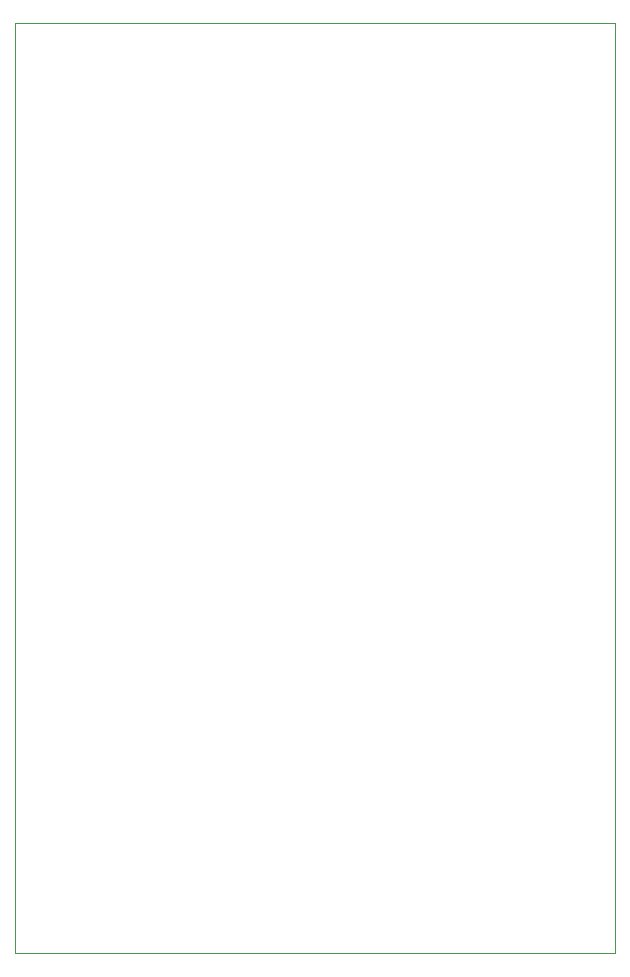
<source format=gm1>
%TF.GenerationSoftware,KiCad,Pcbnew,(5.1.10-1-10_14)*%
%TF.CreationDate,2022-01-13T12:35:27+01:00*%
%TF.ProjectId,burrboard,62757272-626f-4617-9264-2e6b69636164,v2.0*%
%TF.SameCoordinates,Original*%
%TF.FileFunction,Profile,NP*%
%FSLAX46Y46*%
G04 Gerber Fmt 4.6, Leading zero omitted, Abs format (unit mm)*
G04 Created by KiCad (PCBNEW (5.1.10-1-10_14)) date 2022-01-13 12:35:27*
%MOMM*%
%LPD*%
G01*
G04 APERTURE LIST*
%TA.AperFunction,Profile*%
%ADD10C,0.050000*%
%TD*%
G04 APERTURE END LIST*
D10*
X127000000Y-76200000D02*
X127000000Y-154940000D01*
X177800000Y-76200000D02*
X127000000Y-76200000D01*
X177800000Y-154940000D02*
X177800000Y-76200000D01*
X127000000Y-154940000D02*
X177800000Y-154940000D01*
M02*

</source>
